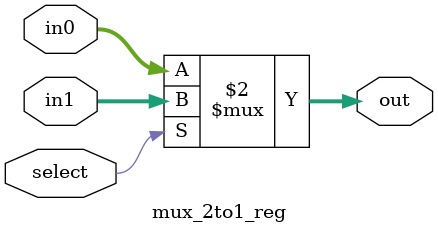
<source format=v>

module mux_2to1_reg(	in0,
			in1,
			out,
			select
			);			

	parameter bit_size = 5;	

	input   [bit_size-1:0] in0;
	input   [bit_size-1:0] in1;
	input                  select;
	output  [bit_size-1:0] out;

	assign out = (select == 0)?in0 :in1;


endmodule
		

</source>
